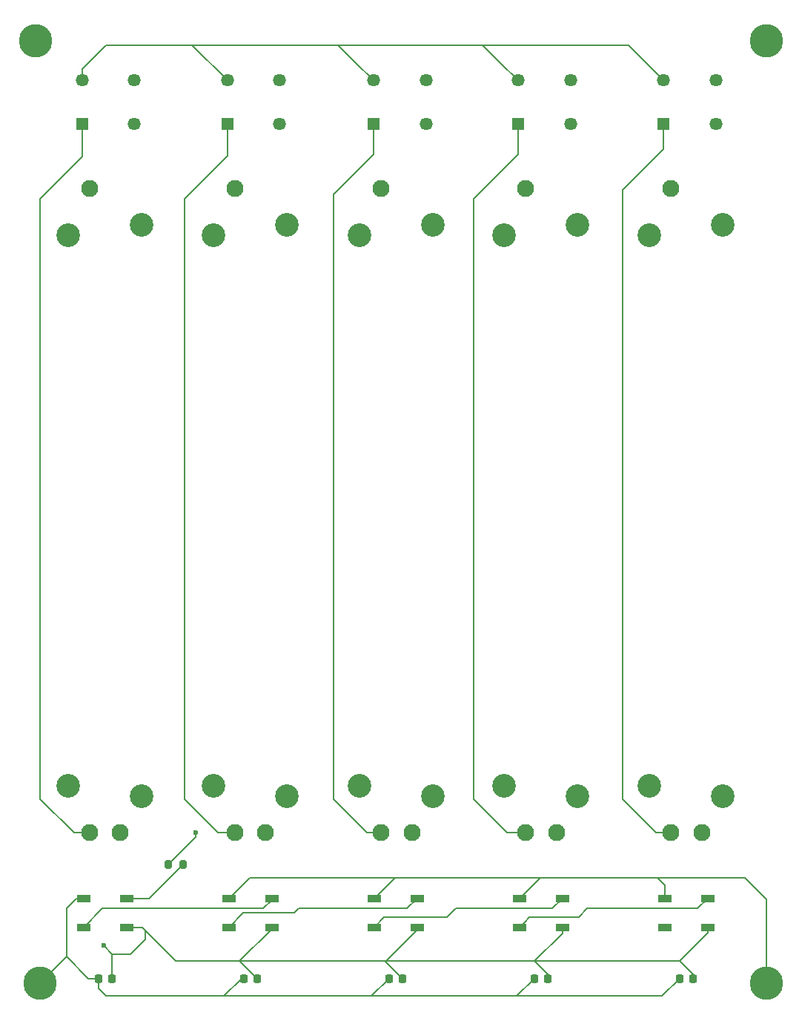
<source format=gbr>
%TF.GenerationSoftware,KiCad,Pcbnew,8.0.1*%
%TF.CreationDate,2024-03-29T21:28:49-04:00*%
%TF.ProjectId,mandreko-deej,6d616e64-7265-46b6-9f2d-6465656a2e6b,rev?*%
%TF.SameCoordinates,Original*%
%TF.FileFunction,Copper,L1,Top*%
%TF.FilePolarity,Positive*%
%FSLAX46Y46*%
G04 Gerber Fmt 4.6, Leading zero omitted, Abs format (unit mm)*
G04 Created by KiCad (PCBNEW 8.0.1) date 2024-03-29 21:28:49*
%MOMM*%
%LPD*%
G01*
G04 APERTURE LIST*
G04 Aperture macros list*
%AMRoundRect*
0 Rectangle with rounded corners*
0 $1 Rounding radius*
0 $2 $3 $4 $5 $6 $7 $8 $9 X,Y pos of 4 corners*
0 Add a 4 corners polygon primitive as box body*
4,1,4,$2,$3,$4,$5,$6,$7,$8,$9,$2,$3,0*
0 Add four circle primitives for the rounded corners*
1,1,$1+$1,$2,$3*
1,1,$1+$1,$4,$5*
1,1,$1+$1,$6,$7*
1,1,$1+$1,$8,$9*
0 Add four rect primitives between the rounded corners*
20,1,$1+$1,$2,$3,$4,$5,0*
20,1,$1+$1,$4,$5,$6,$7,0*
20,1,$1+$1,$6,$7,$8,$9,0*
20,1,$1+$1,$8,$9,$2,$3,0*%
G04 Aperture macros list end*
%TA.AperFunction,SMDPad,CuDef*%
%ADD10RoundRect,0.225000X-0.225000X-0.250000X0.225000X-0.250000X0.225000X0.250000X-0.225000X0.250000X0*%
%TD*%
%TA.AperFunction,ComponentPad*%
%ADD11R,1.458000X1.458000*%
%TD*%
%TA.AperFunction,ComponentPad*%
%ADD12C,1.458000*%
%TD*%
%TA.AperFunction,ComponentPad*%
%ADD13C,3.800000*%
%TD*%
%TA.AperFunction,ComponentPad*%
%ADD14C,1.950000*%
%TD*%
%TA.AperFunction,ComponentPad*%
%ADD15C,2.700000*%
%TD*%
%TA.AperFunction,SMDPad,CuDef*%
%ADD16R,1.500000X0.900000*%
%TD*%
%TA.AperFunction,SMDPad,CuDef*%
%ADD17RoundRect,0.200000X-0.200000X-0.275000X0.200000X-0.275000X0.200000X0.275000X-0.200000X0.275000X0*%
%TD*%
%TA.AperFunction,ViaPad*%
%ADD18C,0.600000*%
%TD*%
%TA.AperFunction,Conductor*%
%ADD19C,0.200000*%
%TD*%
G04 APERTURE END LIST*
D10*
%TO.P,C1,2*%
%TO.N,5V*%
X119686900Y-149500000D03*
%TO.P,C1,1*%
%TO.N,GND*%
X118136900Y-149500000D03*
%TD*%
D11*
%TO.P,S2,1*%
%TO.N,Net-(R2-Pad1)*%
X132873700Y-52000000D03*
D12*
%TO.P,S2,1_*%
%TO.N,unconnected-(S2-Pad1_)*%
X138873700Y-52000000D03*
%TO.P,S2,2*%
%TO.N,5V*%
X132873700Y-47000000D03*
%TO.P,S2,2_*%
%TO.N,unconnected-(S2-Pad2_)*%
X138873700Y-47000000D03*
%TD*%
D13*
%TO.P,TopLeftMountingHole,1*%
%TO.N,GND*%
X111000000Y-42500000D03*
%TD*%
D14*
%TO.P,R2,1*%
%TO.N,Net-(R2-Pad1)*%
X133761200Y-132850000D03*
%TO.P,R2,2*%
%TO.N,A2*%
X137261200Y-132850000D03*
%TO.P,R2,3*%
%TO.N,GND*%
X133761200Y-59350000D03*
D15*
%TO.P,R2,S1*%
%TO.N,N/C*%
X131311200Y-127500000D03*
%TO.P,R2,S2*%
X139711200Y-128700000D03*
%TO.P,R2,S3*%
X131311200Y-64700000D03*
%TO.P,R2,S4*%
X139711200Y-63500000D03*
%TD*%
D11*
%TO.P,S3,1*%
%TO.N,Net-(R3-Pad1)*%
X149562500Y-52000000D03*
D12*
%TO.P,S3,1_*%
%TO.N,unconnected-(S3-Pad1_)*%
X155562500Y-52000000D03*
%TO.P,S3,2*%
%TO.N,5V*%
X149562500Y-47000000D03*
%TO.P,S3,2_*%
%TO.N,unconnected-(S3-Pad2_)*%
X155562500Y-47000000D03*
%TD*%
D13*
%TO.P,TopRightMountingHole,1*%
%TO.N,GND*%
X194500000Y-42500000D03*
%TD*%
D14*
%TO.P,R3,1*%
%TO.N,Net-(R3-Pad1)*%
X150450000Y-132850000D03*
%TO.P,R3,2*%
%TO.N,A1*%
X153950000Y-132850000D03*
%TO.P,R3,3*%
%TO.N,GND*%
X150450000Y-59350000D03*
D15*
%TO.P,R3,S1*%
%TO.N,N/C*%
X148000000Y-127500000D03*
%TO.P,R3,S2*%
X156400000Y-128700000D03*
%TO.P,R3,S3*%
X148000000Y-64700000D03*
%TO.P,R3,S4*%
X156400000Y-63500000D03*
%TD*%
D10*
%TO.P,C5,1*%
%TO.N,GND*%
X184534000Y-149500000D03*
%TO.P,C5,2*%
%TO.N,5V*%
X186084000Y-149500000D03*
%TD*%
D16*
%TO.P,D2,1,VDD*%
%TO.N,GND*%
X133061200Y-140350000D03*
%TO.P,D2,2,DOUT*%
%TO.N,Net-(D2-DOUT)*%
X133061200Y-143650000D03*
%TO.P,D2,3,VSS*%
%TO.N,5V*%
X137961200Y-143650000D03*
%TO.P,D2,4,DIN*%
%TO.N,Net-(D1-DOUT)*%
X137961200Y-140350000D03*
%TD*%
D17*
%TO.P,R6,1*%
%TO.N,A7*%
X126175000Y-136500000D03*
%TO.P,R6,2*%
%TO.N,Net-(D1-DIN)*%
X127825000Y-136500000D03*
%TD*%
D11*
%TO.P,S4,1*%
%TO.N,Net-(R4-Pad1)*%
X166072200Y-52000000D03*
D12*
%TO.P,S4,1_*%
%TO.N,unconnected-(S4-Pad1_)*%
X172072200Y-52000000D03*
%TO.P,S4,2*%
%TO.N,5V*%
X166072200Y-47000000D03*
%TO.P,S4,2_*%
%TO.N,unconnected-(S4-Pad2_)*%
X172072200Y-47000000D03*
%TD*%
D14*
%TO.P,R1,1*%
%TO.N,Net-(R1-Pad1)*%
X117161900Y-132850000D03*
%TO.P,R1,2*%
%TO.N,A3*%
X120661900Y-132850000D03*
%TO.P,R1,3*%
%TO.N,GND*%
X117161900Y-59350000D03*
D15*
%TO.P,R1,S1*%
%TO.N,N/C*%
X114711900Y-127500000D03*
%TO.P,R1,S2*%
X123111900Y-128700000D03*
%TO.P,R1,S3*%
X114711900Y-64700000D03*
%TO.P,R1,S4*%
X123111900Y-63500000D03*
%TD*%
D11*
%TO.P,S1,1*%
%TO.N,Net-(R1-Pad1)*%
X116274400Y-52000000D03*
D12*
%TO.P,S1,1_*%
%TO.N,unconnected-(S1-Pad1_)*%
X122274400Y-52000000D03*
%TO.P,S1,2*%
%TO.N,5V*%
X116274400Y-47000000D03*
%TO.P,S1,2_*%
%TO.N,unconnected-(S1-Pad2_)*%
X122274400Y-47000000D03*
%TD*%
D16*
%TO.P,D5,1,VDD*%
%TO.N,GND*%
X182859000Y-140350000D03*
%TO.P,D5,2,DOUT*%
%TO.N,unconnected-(D5-DOUT-Pad2)*%
X182859000Y-143650000D03*
%TO.P,D5,3,VSS*%
%TO.N,5V*%
X187759000Y-143650000D03*
%TO.P,D5,4,DIN*%
%TO.N,Net-(D4-DOUT)*%
X187759000Y-140350000D03*
%TD*%
D10*
%TO.P,C4,1*%
%TO.N,GND*%
X167934700Y-149500000D03*
%TO.P,C4,2*%
%TO.N,5V*%
X169484700Y-149500000D03*
%TD*%
D16*
%TO.P,D1,4,DIN*%
%TO.N,Net-(D1-DIN)*%
X121361900Y-140350000D03*
%TO.P,D1,3,VSS*%
%TO.N,5V*%
X121361900Y-143650000D03*
%TO.P,D1,2,DOUT*%
%TO.N,Net-(D1-DOUT)*%
X116461900Y-143650000D03*
%TO.P,D1,1,VDD*%
%TO.N,GND*%
X116461900Y-140350000D03*
%TD*%
%TO.P,D4,1,VDD*%
%TO.N,GND*%
X166259700Y-140350000D03*
%TO.P,D4,2,DOUT*%
%TO.N,Net-(D4-DOUT)*%
X166259700Y-143650000D03*
%TO.P,D4,3,VSS*%
%TO.N,5V*%
X171159700Y-143650000D03*
%TO.P,D4,4,DIN*%
%TO.N,Net-(D3-DOUT)*%
X171159700Y-140350000D03*
%TD*%
D13*
%TO.P,BottomRightMountingHole,1*%
%TO.N,GND*%
X194500000Y-150000000D03*
%TD*%
D16*
%TO.P,D3,1,VDD*%
%TO.N,GND*%
X149660500Y-140350000D03*
%TO.P,D3,2,DOUT*%
%TO.N,Net-(D3-DOUT)*%
X149660500Y-143650000D03*
%TO.P,D3,3,VSS*%
%TO.N,5V*%
X154560500Y-143650000D03*
%TO.P,D3,4,DIN*%
%TO.N,Net-(D2-DOUT)*%
X154560500Y-140350000D03*
%TD*%
D11*
%TO.P,S5,1*%
%TO.N,Net-(R5-Pad1)*%
X182671500Y-52000000D03*
D12*
%TO.P,S5,1_*%
%TO.N,unconnected-(S5-Pad1_)*%
X188671500Y-52000000D03*
%TO.P,S5,2*%
%TO.N,5V*%
X182671500Y-47000000D03*
%TO.P,S5,2_*%
%TO.N,unconnected-(S5-Pad2_)*%
X188671500Y-47000000D03*
%TD*%
D14*
%TO.P,R4,1*%
%TO.N,Net-(R4-Pad1)*%
X166959700Y-132850000D03*
%TO.P,R4,2*%
%TO.N,A0*%
X170459700Y-132850000D03*
%TO.P,R4,3*%
%TO.N,GND*%
X166959700Y-59350000D03*
D15*
%TO.P,R4,S1*%
%TO.N,N/C*%
X164509700Y-127500000D03*
%TO.P,R4,S2*%
X172909700Y-128700000D03*
%TO.P,R4,S3*%
X164509700Y-64700000D03*
%TO.P,R4,S4*%
X172909700Y-63500000D03*
%TD*%
D10*
%TO.P,C2,1*%
%TO.N,GND*%
X134736200Y-149500000D03*
%TO.P,C2,2*%
%TO.N,5V*%
X136286200Y-149500000D03*
%TD*%
D13*
%TO.P,BottomLeftMountingHole,1*%
%TO.N,GND*%
X111500000Y-150000000D03*
%TD*%
D14*
%TO.P,R5,1*%
%TO.N,Net-(R5-Pad1)*%
X183559000Y-132850000D03*
%TO.P,R5,2*%
%TO.N,A6*%
X187059000Y-132850000D03*
%TO.P,R5,3*%
%TO.N,GND*%
X183559000Y-59350000D03*
D15*
%TO.P,R5,S1*%
%TO.N,N/C*%
X181109000Y-127500000D03*
%TO.P,R5,S2*%
X189509000Y-128700000D03*
%TO.P,R5,S3*%
X181109000Y-64700000D03*
%TO.P,R5,S4*%
X189509000Y-63500000D03*
%TD*%
D10*
%TO.P,C3,1*%
%TO.N,GND*%
X151335500Y-149500000D03*
%TO.P,C3,2*%
%TO.N,5V*%
X152885500Y-149500000D03*
%TD*%
D18*
%TO.N,A7*%
X129304200Y-132834400D03*
%TO.N,5V*%
X118750000Y-145750000D03*
%TD*%
D19*
%TO.N,5V*%
X137961000Y-143650000D02*
X137961000Y-143825000D01*
X137961200Y-143650000D02*
X137961000Y-143650000D01*
X137961000Y-143825000D02*
X134286000Y-147500000D01*
X134286000Y-147500000D02*
X136286000Y-149500000D01*
X136286200Y-149500000D02*
X136286000Y-149500000D01*
X123500000Y-144000000D02*
X123150000Y-143650000D01*
X123500000Y-145000000D02*
X123500000Y-144000000D01*
X121813000Y-146687000D02*
X123500000Y-145000000D01*
X119687000Y-146687000D02*
X121813000Y-146687000D01*
X119687000Y-146687000D02*
X119687000Y-147113000D01*
X118750000Y-145750000D02*
X119687000Y-146687000D01*
%TO.N,Net-(R5-Pad1)*%
X182672000Y-52000000D02*
X182672000Y-53414200D01*
X181850000Y-132850000D02*
X183559000Y-132850000D01*
X178000000Y-129000000D02*
X181850000Y-132850000D01*
X178000000Y-59500000D02*
X178000000Y-129000000D01*
X182672000Y-54828500D02*
X178000000Y-59500000D01*
X182672000Y-53414200D02*
X182672000Y-54828500D01*
X182671500Y-53413700D02*
X182671500Y-52000000D01*
X182672000Y-53414200D02*
X182671500Y-53413700D01*
%TO.N,Net-(R4-Pad1)*%
X166959700Y-132850000D02*
X166960000Y-132850000D01*
X166072000Y-52000000D02*
X166072000Y-53713900D01*
X164850000Y-132850000D02*
X166959700Y-132850000D01*
X161000000Y-129000000D02*
X164850000Y-132850000D01*
X161000000Y-60500000D02*
X161000000Y-129000000D01*
X166072000Y-55427800D02*
X161000000Y-60500000D01*
X166072000Y-53713900D02*
X166072000Y-55427800D01*
X166072200Y-53713700D02*
X166072200Y-52000000D01*
X166072000Y-53713900D02*
X166072200Y-53713700D01*
%TO.N,Net-(R3-Pad1)*%
X149562000Y-52000000D02*
X149562000Y-53718700D01*
X148850000Y-132850000D02*
X150450000Y-132850000D01*
X145000000Y-129000000D02*
X148850000Y-132850000D01*
X145000000Y-60000000D02*
X145000000Y-129000000D01*
X149562000Y-55437500D02*
X145000000Y-60000000D01*
X149562000Y-53718700D02*
X149562000Y-55437500D01*
X149562500Y-53718200D02*
X149562500Y-52000000D01*
X149562000Y-53718700D02*
X149562500Y-53718200D01*
%TO.N,Net-(R2-Pad1)*%
X133761000Y-132850000D02*
X133761200Y-132850000D01*
X132874000Y-52000000D02*
X132874000Y-53813100D01*
X131850000Y-132850000D02*
X133761000Y-132850000D01*
X128000000Y-129000000D02*
X131850000Y-132850000D01*
X128000000Y-60500000D02*
X128000000Y-129000000D01*
X132874000Y-55626300D02*
X128000000Y-60500000D01*
X132874000Y-53813100D02*
X132874000Y-55626300D01*
X132873700Y-53812800D02*
X132873700Y-52000000D01*
X132874000Y-53813100D02*
X132873700Y-53812800D01*
%TO.N,Net-(R1-Pad1)*%
X117161900Y-132850000D02*
X117162000Y-132850000D01*
X116274000Y-52000000D02*
X116274000Y-53862800D01*
X115350000Y-132850000D02*
X117161900Y-132850000D01*
X111500000Y-129000000D02*
X115350000Y-132850000D01*
X111500000Y-60500000D02*
X111500000Y-129000000D01*
X116274000Y-55725600D02*
X111500000Y-60500000D01*
X116274000Y-53862800D02*
X116274000Y-55725600D01*
X116274400Y-53862400D02*
X116274400Y-52000000D01*
X116274000Y-53862800D02*
X116274400Y-53862400D01*
%TO.N,A7*%
X129304200Y-133370800D02*
X129304200Y-132834400D01*
X126175000Y-136500000D02*
X129304200Y-133370800D01*
%TO.N,Net-(D4-DOUT)*%
X166260000Y-143650000D02*
X166835000Y-143075000D01*
X186609000Y-141500000D02*
X187759000Y-140350000D01*
X174000000Y-141500000D02*
X186609000Y-141500000D01*
X173000000Y-142500000D02*
X174000000Y-141500000D01*
X167410000Y-142500000D02*
X173000000Y-142500000D01*
X166835000Y-143075000D02*
X167410000Y-142500000D01*
X166834700Y-143075000D02*
X166259700Y-143650000D01*
X166835000Y-143075000D02*
X166834700Y-143075000D01*
%TO.N,Net-(D3-DOUT)*%
X171159700Y-140350300D02*
X171160000Y-140350000D01*
X171159700Y-140350300D02*
X171159700Y-140350000D01*
X149660300Y-143649800D02*
X149660300Y-143649700D01*
X149660500Y-143650000D02*
X149660300Y-143649800D01*
X149660000Y-143650000D02*
X149660300Y-143649700D01*
X170010000Y-141500000D02*
X171159700Y-140350300D01*
X159000000Y-141500000D02*
X170010000Y-141500000D01*
X158000000Y-142500000D02*
X159000000Y-141500000D01*
X150810000Y-142500000D02*
X158000000Y-142500000D01*
X149660300Y-143649700D02*
X150810000Y-142500000D01*
%TO.N,Net-(D2-DOUT)*%
X133061000Y-143650000D02*
X133061200Y-143649800D01*
X153410000Y-141500000D02*
X154560000Y-140350000D01*
X141000000Y-141500000D02*
X153410000Y-141500000D01*
X140500000Y-142000000D02*
X141000000Y-141500000D01*
X134711000Y-142000000D02*
X140500000Y-142000000D01*
X133061200Y-143649800D02*
X134711000Y-142000000D01*
X133061200Y-143649800D02*
X133061200Y-143650000D01*
X154560500Y-140350000D02*
X154560000Y-140350000D01*
%TO.N,Net-(D1-DOUT)*%
X137961000Y-140539000D02*
X137961000Y-140444500D01*
X137000000Y-141500000D02*
X137961000Y-140539000D01*
X118612000Y-141500000D02*
X137000000Y-141500000D01*
X116462000Y-143650000D02*
X118612000Y-141500000D01*
X137961000Y-140444500D02*
X137961000Y-140350000D01*
X137961200Y-140444300D02*
X137961200Y-140350000D01*
X137961000Y-140444500D02*
X137961200Y-140444300D01*
X116461900Y-143650000D02*
X116462000Y-143650000D01*
%TO.N,Net-(D1-DIN)*%
X123975000Y-140350000D02*
X127825000Y-136500000D01*
X121362000Y-140350000D02*
X123975000Y-140350000D01*
X121362000Y-140350000D02*
X121361900Y-140350000D01*
%TO.N,5V*%
X162072000Y-43000000D02*
X161500000Y-43000000D01*
X145562000Y-43000000D02*
X145000000Y-43000000D01*
X128500000Y-43000000D02*
X128874000Y-43000000D01*
X119000000Y-43000000D02*
X128500000Y-43000000D01*
X116274000Y-45725600D02*
X119000000Y-43000000D01*
X116274000Y-47000000D02*
X116274000Y-45725600D01*
X154560000Y-143940000D02*
X151000000Y-147500000D01*
X154560000Y-143650000D02*
X154560000Y-143940000D01*
X167500000Y-147500000D02*
X151000000Y-147500000D01*
X171160000Y-144340000D02*
X168000000Y-147500000D01*
X171160000Y-143650000D02*
X171160000Y-144340000D01*
X184559000Y-147500000D02*
X168000000Y-147500000D01*
X187759000Y-144300000D02*
X184559000Y-147500000D01*
X187759000Y-143650000D02*
X187759000Y-144300000D01*
X186084000Y-149025000D02*
X184559000Y-147500000D01*
X186084000Y-149500000D02*
X186084000Y-149025000D01*
X150886000Y-147500000D02*
X150500000Y-147500000D01*
X134000000Y-147500000D02*
X134286000Y-147500000D01*
X127000000Y-147500000D02*
X134000000Y-147500000D01*
X123150000Y-143650000D02*
X127000000Y-147500000D01*
X150500000Y-147500000D02*
X134286000Y-147500000D01*
X134286000Y-147500000D02*
X134000000Y-147500000D01*
X151000000Y-147500000D02*
X150886000Y-147500000D01*
X150886000Y-147500000D02*
X150500000Y-147500000D01*
X168000000Y-147500000D02*
X167960000Y-147500000D01*
X167960000Y-147500000D02*
X167500000Y-147500000D01*
X169485000Y-149025000D02*
X167960000Y-147500000D01*
X169485000Y-149500000D02*
X169485000Y-149025000D01*
X167960000Y-147500000D02*
X167500000Y-147500000D01*
X145000000Y-43000000D02*
X128874000Y-43000000D01*
X128874000Y-43000000D02*
X128500000Y-43000000D01*
X145562000Y-43000000D02*
X145000000Y-43000000D01*
X162072000Y-43000000D02*
X161500000Y-43000000D01*
X128874000Y-43000000D02*
X132873700Y-46999700D01*
X132873700Y-46999700D02*
X132874000Y-47000000D01*
X132873700Y-46999700D02*
X132873700Y-47000000D01*
X121362000Y-143650000D02*
X123150000Y-143650000D01*
X121362000Y-143650000D02*
X121361900Y-143650000D01*
X154560500Y-143650000D02*
X154560000Y-143650000D01*
X171159700Y-143650000D02*
X171160000Y-143650000D01*
X116274400Y-47000000D02*
X116274000Y-47000000D01*
X161500000Y-43000000D02*
X145562000Y-43000000D01*
X182672000Y-47000000D02*
X182671500Y-46999500D01*
X178672000Y-43000000D02*
X162072000Y-43000000D01*
X182671500Y-46999500D02*
X178672000Y-43000000D01*
X182671500Y-46999500D02*
X182671500Y-47000000D01*
X169484700Y-149500000D02*
X169485000Y-149500000D01*
X152886000Y-149500000D02*
X152885500Y-149499500D01*
X152885500Y-149499500D02*
X150886000Y-147500000D01*
X152885500Y-149499500D02*
X152885500Y-149500000D01*
X149562000Y-47000000D02*
X147562000Y-45000000D01*
X147562000Y-45000000D02*
X145562000Y-43000000D01*
X147562500Y-45000000D02*
X149562500Y-47000000D01*
X147562000Y-45000000D02*
X147562500Y-45000000D01*
X166072000Y-47000000D02*
X164072000Y-45000000D01*
X164072000Y-45000000D02*
X162072000Y-43000000D01*
X164072200Y-45000000D02*
X166072200Y-47000000D01*
X164072000Y-45000000D02*
X164072200Y-45000000D01*
X119687000Y-147709700D02*
X119687000Y-147113000D01*
X119687000Y-149500000D02*
X119687000Y-148604800D01*
X119687000Y-148604800D02*
X119687000Y-147709700D01*
X119686900Y-148604900D02*
X119686900Y-149500000D01*
X119687000Y-148604800D02*
X119686900Y-148604900D01*
%TO.N,GND*%
X192000000Y-138000000D02*
X182000000Y-138000000D01*
X194500000Y-140500000D02*
X192000000Y-138000000D01*
X194500000Y-150000000D02*
X194500000Y-140500000D01*
X111500000Y-150000000D02*
X114500000Y-147000000D01*
X182534000Y-151500000D02*
X165935000Y-151500000D01*
X184534000Y-149500000D02*
X182534000Y-151500000D01*
X165935000Y-151500000D02*
X165500000Y-151500000D01*
X149000000Y-151500000D02*
X132500000Y-151500000D01*
X149336000Y-151500000D02*
X149000000Y-151500000D01*
X114500000Y-141500000D02*
X114500000Y-147000000D01*
X115650000Y-140350000D02*
X114500000Y-141500000D01*
X116461900Y-140350000D02*
X115650000Y-140350000D01*
X116462000Y-140350000D02*
X116461900Y-140350000D01*
X117000000Y-149500000D02*
X118136900Y-149500000D01*
X114500000Y-147000000D02*
X117000000Y-149500000D01*
X119000000Y-151500000D02*
X132500000Y-151500000D01*
X118137000Y-150637000D02*
X119000000Y-151500000D01*
X118137000Y-149500000D02*
X118137000Y-150637000D01*
X118136900Y-149500000D02*
X118137000Y-149500000D01*
X165500000Y-151500000D02*
X149336000Y-151500000D01*
X149336000Y-151500000D02*
X149000000Y-151500000D01*
X165935000Y-151500000D02*
X165500000Y-151500000D01*
X182859000Y-138859000D02*
X182000000Y-138000000D01*
X182859000Y-140350000D02*
X182859000Y-138859000D01*
X182000000Y-138000000D02*
X181500000Y-138000000D01*
X182000000Y-138000000D02*
X181500000Y-138000000D01*
X181500000Y-138000000D02*
X169000000Y-138000000D01*
X152010000Y-138000000D02*
X168610000Y-138000000D01*
X168610000Y-138000000D02*
X169000000Y-138000000D01*
X169000000Y-138000000D02*
X168610000Y-138000000D01*
X149660000Y-140350000D02*
X149660500Y-140349500D01*
X149660500Y-140349500D02*
X152010000Y-138000000D01*
X149660500Y-140349500D02*
X149660500Y-140350000D01*
X168610000Y-138000000D02*
X166260000Y-140350000D01*
X133061000Y-140350000D02*
X133061200Y-140349800D01*
X135411000Y-138000000D02*
X152010000Y-138000000D01*
X133061200Y-140349800D02*
X135411000Y-138000000D01*
X133061200Y-140349800D02*
X133061200Y-140350000D01*
X166259700Y-140350000D02*
X166260000Y-140350000D01*
X151336000Y-149500000D02*
X151335500Y-149500500D01*
X151335500Y-149500500D02*
X149336000Y-151500000D01*
X151335500Y-149500500D02*
X151335500Y-149500000D01*
X134500000Y-149500000D02*
X134736000Y-149500000D01*
X132500000Y-151500000D02*
X134500000Y-149500000D01*
X134736000Y-149500000D02*
X134736200Y-149500000D01*
X167935000Y-149500000D02*
X167934700Y-149500300D01*
X167934700Y-149500300D02*
X165935000Y-151500000D01*
X167934700Y-149500300D02*
X167934700Y-149500000D01*
%TD*%
M02*

</source>
